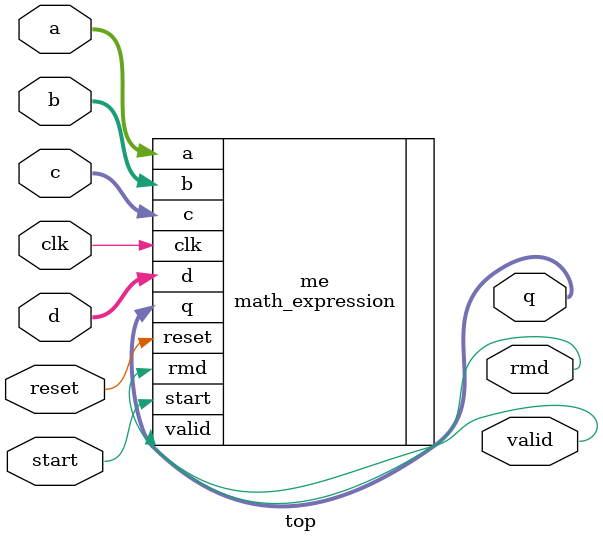
<source format=v>
`include "old.v"
module top(
	output valid, 
	output [31:0] q,
	output rmd, 
	input clk, reset, start,
	input [31:0] a, b, c, d
);
	
	math_expression #(.W(4)) me(
		.clk(clk),
		.reset(reset),
		.start(start),
		.a(a),
		.b(b),
		.c(c),
		.d(d),
		.valid(valid),
		.rmd(rmd),
		.q(q)
	);
	
endmodule

</source>
